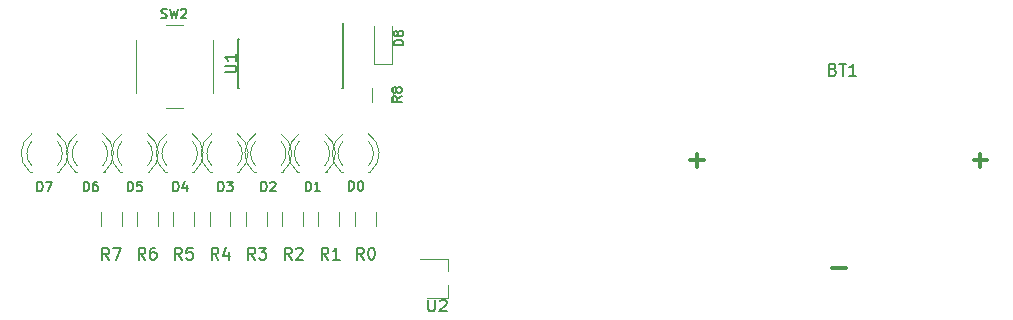
<source format=gbr>
G04 #@! TF.FileFunction,Legend,Top*
%FSLAX46Y46*%
G04 Gerber Fmt 4.6, Leading zero omitted, Abs format (unit mm)*
G04 Created by KiCad (PCBNEW 4.0.7-e2-6376~58~ubuntu16.04.1) date Tue Dec 26 20:47:44 2017*
%MOMM*%
%LPD*%
G01*
G04 APERTURE LIST*
%ADD10C,0.100000*%
%ADD11C,0.120000*%
%ADD12C,0.150000*%
%ADD13C,0.300000*%
G04 APERTURE END LIST*
D10*
D11*
X128021392Y-111757665D02*
G75*
G03X127864484Y-114990000I1078608J-1672335D01*
G01*
X130178608Y-111757665D02*
G75*
G02X130335516Y-114990000I-1078608J-1672335D01*
G01*
X128020163Y-112388870D02*
G75*
G03X128020000Y-114470961I1079837J-1041130D01*
G01*
X130179837Y-112388870D02*
G75*
G02X130180000Y-114470961I-1079837J-1041130D01*
G01*
X127864000Y-114990000D02*
X128020000Y-114990000D01*
X130180000Y-114990000D02*
X130336000Y-114990000D01*
X124321392Y-111757665D02*
G75*
G03X124164484Y-114990000I1078608J-1672335D01*
G01*
X126478608Y-111757665D02*
G75*
G02X126635516Y-114990000I-1078608J-1672335D01*
G01*
X124320163Y-112388870D02*
G75*
G03X124320000Y-114470961I1079837J-1041130D01*
G01*
X126479837Y-112388870D02*
G75*
G02X126480000Y-114470961I-1079837J-1041130D01*
G01*
X124164000Y-114990000D02*
X124320000Y-114990000D01*
X126480000Y-114990000D02*
X126636000Y-114990000D01*
X120621392Y-111757665D02*
G75*
G03X120464484Y-114990000I1078608J-1672335D01*
G01*
X122778608Y-111757665D02*
G75*
G02X122935516Y-114990000I-1078608J-1672335D01*
G01*
X120620163Y-112388870D02*
G75*
G03X120620000Y-114470961I1079837J-1041130D01*
G01*
X122779837Y-112388870D02*
G75*
G02X122780000Y-114470961I-1079837J-1041130D01*
G01*
X120464000Y-114990000D02*
X120620000Y-114990000D01*
X122780000Y-114990000D02*
X122936000Y-114990000D01*
X116921392Y-111757665D02*
G75*
G03X116764484Y-114990000I1078608J-1672335D01*
G01*
X119078608Y-111757665D02*
G75*
G02X119235516Y-114990000I-1078608J-1672335D01*
G01*
X116920163Y-112388870D02*
G75*
G03X116920000Y-114470961I1079837J-1041130D01*
G01*
X119079837Y-112388870D02*
G75*
G02X119080000Y-114470961I-1079837J-1041130D01*
G01*
X116764000Y-114990000D02*
X116920000Y-114990000D01*
X119080000Y-114990000D02*
X119236000Y-114990000D01*
X113121392Y-111757665D02*
G75*
G03X112964484Y-114990000I1078608J-1672335D01*
G01*
X115278608Y-111757665D02*
G75*
G02X115435516Y-114990000I-1078608J-1672335D01*
G01*
X113120163Y-112388870D02*
G75*
G03X113120000Y-114470961I1079837J-1041130D01*
G01*
X115279837Y-112388870D02*
G75*
G02X115280000Y-114470961I-1079837J-1041130D01*
G01*
X112964000Y-114990000D02*
X113120000Y-114990000D01*
X115280000Y-114990000D02*
X115436000Y-114990000D01*
X109321392Y-111757665D02*
G75*
G03X109164484Y-114990000I1078608J-1672335D01*
G01*
X111478608Y-111757665D02*
G75*
G02X111635516Y-114990000I-1078608J-1672335D01*
G01*
X109320163Y-112388870D02*
G75*
G03X109320000Y-114470961I1079837J-1041130D01*
G01*
X111479837Y-112388870D02*
G75*
G02X111480000Y-114470961I-1079837J-1041130D01*
G01*
X109164000Y-114990000D02*
X109320000Y-114990000D01*
X111480000Y-114990000D02*
X111636000Y-114990000D01*
X105521392Y-111757665D02*
G75*
G03X105364484Y-114990000I1078608J-1672335D01*
G01*
X107678608Y-111757665D02*
G75*
G02X107835516Y-114990000I-1078608J-1672335D01*
G01*
X105520163Y-112388870D02*
G75*
G03X105520000Y-114470961I1079837J-1041130D01*
G01*
X107679837Y-112388870D02*
G75*
G02X107680000Y-114470961I-1079837J-1041130D01*
G01*
X105364000Y-114990000D02*
X105520000Y-114990000D01*
X107680000Y-114990000D02*
X107836000Y-114990000D01*
X101681392Y-111757665D02*
G75*
G03X101524484Y-114990000I1078608J-1672335D01*
G01*
X103838608Y-111757665D02*
G75*
G02X103995516Y-114990000I-1078608J-1672335D01*
G01*
X101680163Y-112388870D02*
G75*
G03X101680000Y-114470961I1079837J-1041130D01*
G01*
X103839837Y-112388870D02*
G75*
G02X103840000Y-114470961I-1079837J-1041130D01*
G01*
X101524000Y-114990000D02*
X101680000Y-114990000D01*
X103840000Y-114990000D02*
X103996000Y-114990000D01*
X132150000Y-102650000D02*
X132150000Y-105850000D01*
X130650000Y-105850000D02*
X130650000Y-102650000D01*
X130650000Y-105850000D02*
X132150000Y-105850000D01*
X129019996Y-119550000D02*
X129019996Y-118350000D01*
X130779996Y-118350000D02*
X130779996Y-119550000D01*
X125948568Y-119550000D02*
X125948568Y-118350000D01*
X127708568Y-118350000D02*
X127708568Y-119550000D01*
X122877140Y-119550000D02*
X122877140Y-118350000D01*
X124637140Y-118350000D02*
X124637140Y-119550000D01*
X119805712Y-119550000D02*
X119805712Y-118350000D01*
X121565712Y-118350000D02*
X121565712Y-119550000D01*
X116734284Y-119550000D02*
X116734284Y-118350000D01*
X118494284Y-118350000D02*
X118494284Y-119550000D01*
X113662856Y-119550000D02*
X113662856Y-118350000D01*
X115422856Y-118350000D02*
X115422856Y-119550000D01*
X110591428Y-119550000D02*
X110591428Y-118350000D01*
X112351428Y-118350000D02*
X112351428Y-119550000D01*
X107520000Y-119550000D02*
X107520000Y-118350000D01*
X109280000Y-118350000D02*
X109280000Y-119550000D01*
X130520000Y-109050000D02*
X130520000Y-107850000D01*
X132280000Y-107850000D02*
X132280000Y-109050000D01*
X110500000Y-103800000D02*
X110500000Y-108300000D01*
X114500000Y-102550000D02*
X113000000Y-102550000D01*
X117000000Y-108300000D02*
X117000000Y-103800000D01*
X113000000Y-109550000D02*
X114500000Y-109550000D01*
D12*
X128030000Y-103725000D02*
X128005000Y-103725000D01*
X128030000Y-107875000D02*
X127915000Y-107875000D01*
X119130000Y-107875000D02*
X119245000Y-107875000D01*
X119130000Y-103725000D02*
X119245000Y-103725000D01*
X128030000Y-103725000D02*
X128030000Y-107875000D01*
X119130000Y-103725000D02*
X119130000Y-107875000D01*
X128005000Y-103725000D02*
X128005000Y-102350000D01*
D11*
X134550000Y-122350000D02*
X136950000Y-122350000D01*
X136950000Y-122350000D02*
X136950000Y-123400000D01*
X135150000Y-125650000D02*
X136950000Y-125650000D01*
X136950000Y-125650000D02*
X136950000Y-124600000D01*
D12*
X128509524Y-116561905D02*
X128509524Y-115761905D01*
X128700000Y-115761905D01*
X128814286Y-115800000D01*
X128890477Y-115876190D01*
X128928572Y-115952381D01*
X128966667Y-116104762D01*
X128966667Y-116219048D01*
X128928572Y-116371429D01*
X128890477Y-116447619D01*
X128814286Y-116523810D01*
X128700000Y-116561905D01*
X128509524Y-116561905D01*
X129461905Y-115761905D02*
X129538096Y-115761905D01*
X129614286Y-115800000D01*
X129652381Y-115838095D01*
X129690477Y-115914286D01*
X129728572Y-116066667D01*
X129728572Y-116257143D01*
X129690477Y-116409524D01*
X129652381Y-116485714D01*
X129614286Y-116523810D01*
X129538096Y-116561905D01*
X129461905Y-116561905D01*
X129385715Y-116523810D01*
X129347619Y-116485714D01*
X129309524Y-116409524D01*
X129271429Y-116257143D01*
X129271429Y-116066667D01*
X129309524Y-115914286D01*
X129347619Y-115838095D01*
X129385715Y-115800000D01*
X129461905Y-115761905D01*
X124859524Y-116611905D02*
X124859524Y-115811905D01*
X125050000Y-115811905D01*
X125164286Y-115850000D01*
X125240477Y-115926190D01*
X125278572Y-116002381D01*
X125316667Y-116154762D01*
X125316667Y-116269048D01*
X125278572Y-116421429D01*
X125240477Y-116497619D01*
X125164286Y-116573810D01*
X125050000Y-116611905D01*
X124859524Y-116611905D01*
X126078572Y-116611905D02*
X125621429Y-116611905D01*
X125850000Y-116611905D02*
X125850000Y-115811905D01*
X125773810Y-115926190D01*
X125697619Y-116002381D01*
X125621429Y-116040476D01*
X121109524Y-116611905D02*
X121109524Y-115811905D01*
X121300000Y-115811905D01*
X121414286Y-115850000D01*
X121490477Y-115926190D01*
X121528572Y-116002381D01*
X121566667Y-116154762D01*
X121566667Y-116269048D01*
X121528572Y-116421429D01*
X121490477Y-116497619D01*
X121414286Y-116573810D01*
X121300000Y-116611905D01*
X121109524Y-116611905D01*
X121871429Y-115888095D02*
X121909524Y-115850000D01*
X121985715Y-115811905D01*
X122176191Y-115811905D01*
X122252381Y-115850000D01*
X122290477Y-115888095D01*
X122328572Y-115964286D01*
X122328572Y-116040476D01*
X122290477Y-116154762D01*
X121833334Y-116611905D01*
X122328572Y-116611905D01*
X117459524Y-116611905D02*
X117459524Y-115811905D01*
X117650000Y-115811905D01*
X117764286Y-115850000D01*
X117840477Y-115926190D01*
X117878572Y-116002381D01*
X117916667Y-116154762D01*
X117916667Y-116269048D01*
X117878572Y-116421429D01*
X117840477Y-116497619D01*
X117764286Y-116573810D01*
X117650000Y-116611905D01*
X117459524Y-116611905D01*
X118183334Y-115811905D02*
X118678572Y-115811905D01*
X118411905Y-116116667D01*
X118526191Y-116116667D01*
X118602381Y-116154762D01*
X118640477Y-116192857D01*
X118678572Y-116269048D01*
X118678572Y-116459524D01*
X118640477Y-116535714D01*
X118602381Y-116573810D01*
X118526191Y-116611905D01*
X118297619Y-116611905D01*
X118221429Y-116573810D01*
X118183334Y-116535714D01*
X113659524Y-116611905D02*
X113659524Y-115811905D01*
X113850000Y-115811905D01*
X113964286Y-115850000D01*
X114040477Y-115926190D01*
X114078572Y-116002381D01*
X114116667Y-116154762D01*
X114116667Y-116269048D01*
X114078572Y-116421429D01*
X114040477Y-116497619D01*
X113964286Y-116573810D01*
X113850000Y-116611905D01*
X113659524Y-116611905D01*
X114802381Y-116078571D02*
X114802381Y-116611905D01*
X114611905Y-115773810D02*
X114421429Y-116345238D01*
X114916667Y-116345238D01*
X109809524Y-116611905D02*
X109809524Y-115811905D01*
X110000000Y-115811905D01*
X110114286Y-115850000D01*
X110190477Y-115926190D01*
X110228572Y-116002381D01*
X110266667Y-116154762D01*
X110266667Y-116269048D01*
X110228572Y-116421429D01*
X110190477Y-116497619D01*
X110114286Y-116573810D01*
X110000000Y-116611905D01*
X109809524Y-116611905D01*
X110990477Y-115811905D02*
X110609524Y-115811905D01*
X110571429Y-116192857D01*
X110609524Y-116154762D01*
X110685715Y-116116667D01*
X110876191Y-116116667D01*
X110952381Y-116154762D01*
X110990477Y-116192857D01*
X111028572Y-116269048D01*
X111028572Y-116459524D01*
X110990477Y-116535714D01*
X110952381Y-116573810D01*
X110876191Y-116611905D01*
X110685715Y-116611905D01*
X110609524Y-116573810D01*
X110571429Y-116535714D01*
X106059524Y-116611905D02*
X106059524Y-115811905D01*
X106250000Y-115811905D01*
X106364286Y-115850000D01*
X106440477Y-115926190D01*
X106478572Y-116002381D01*
X106516667Y-116154762D01*
X106516667Y-116269048D01*
X106478572Y-116421429D01*
X106440477Y-116497619D01*
X106364286Y-116573810D01*
X106250000Y-116611905D01*
X106059524Y-116611905D01*
X107202381Y-115811905D02*
X107050000Y-115811905D01*
X106973810Y-115850000D01*
X106935715Y-115888095D01*
X106859524Y-116002381D01*
X106821429Y-116154762D01*
X106821429Y-116459524D01*
X106859524Y-116535714D01*
X106897619Y-116573810D01*
X106973810Y-116611905D01*
X107126191Y-116611905D01*
X107202381Y-116573810D01*
X107240477Y-116535714D01*
X107278572Y-116459524D01*
X107278572Y-116269048D01*
X107240477Y-116192857D01*
X107202381Y-116154762D01*
X107126191Y-116116667D01*
X106973810Y-116116667D01*
X106897619Y-116154762D01*
X106859524Y-116192857D01*
X106821429Y-116269048D01*
X102159524Y-116611905D02*
X102159524Y-115811905D01*
X102350000Y-115811905D01*
X102464286Y-115850000D01*
X102540477Y-115926190D01*
X102578572Y-116002381D01*
X102616667Y-116154762D01*
X102616667Y-116269048D01*
X102578572Y-116421429D01*
X102540477Y-116497619D01*
X102464286Y-116573810D01*
X102350000Y-116611905D01*
X102159524Y-116611905D01*
X102883334Y-115811905D02*
X103416667Y-115811905D01*
X103073810Y-116611905D01*
X133111905Y-104240476D02*
X132311905Y-104240476D01*
X132311905Y-104050000D01*
X132350000Y-103935714D01*
X132426190Y-103859523D01*
X132502381Y-103821428D01*
X132654762Y-103783333D01*
X132769048Y-103783333D01*
X132921429Y-103821428D01*
X132997619Y-103859523D01*
X133073810Y-103935714D01*
X133111905Y-104050000D01*
X133111905Y-104240476D01*
X132654762Y-103326190D02*
X132616667Y-103402381D01*
X132578571Y-103440476D01*
X132502381Y-103478571D01*
X132464286Y-103478571D01*
X132388095Y-103440476D01*
X132350000Y-103402381D01*
X132311905Y-103326190D01*
X132311905Y-103173809D01*
X132350000Y-103097619D01*
X132388095Y-103059523D01*
X132464286Y-103021428D01*
X132502381Y-103021428D01*
X132578571Y-103059523D01*
X132616667Y-103097619D01*
X132654762Y-103173809D01*
X132654762Y-103326190D01*
X132692857Y-103402381D01*
X132730952Y-103440476D01*
X132807143Y-103478571D01*
X132959524Y-103478571D01*
X133035714Y-103440476D01*
X133073810Y-103402381D01*
X133111905Y-103326190D01*
X133111905Y-103173809D01*
X133073810Y-103097619D01*
X133035714Y-103059523D01*
X132959524Y-103021428D01*
X132807143Y-103021428D01*
X132730952Y-103059523D01*
X132692857Y-103097619D01*
X132654762Y-103173809D01*
X129783334Y-122402381D02*
X129450000Y-121926190D01*
X129211905Y-122402381D02*
X129211905Y-121402381D01*
X129592858Y-121402381D01*
X129688096Y-121450000D01*
X129735715Y-121497619D01*
X129783334Y-121592857D01*
X129783334Y-121735714D01*
X129735715Y-121830952D01*
X129688096Y-121878571D01*
X129592858Y-121926190D01*
X129211905Y-121926190D01*
X130402381Y-121402381D02*
X130497620Y-121402381D01*
X130592858Y-121450000D01*
X130640477Y-121497619D01*
X130688096Y-121592857D01*
X130735715Y-121783333D01*
X130735715Y-122021429D01*
X130688096Y-122211905D01*
X130640477Y-122307143D01*
X130592858Y-122354762D01*
X130497620Y-122402381D01*
X130402381Y-122402381D01*
X130307143Y-122354762D01*
X130259524Y-122307143D01*
X130211905Y-122211905D01*
X130164286Y-122021429D01*
X130164286Y-121783333D01*
X130211905Y-121592857D01*
X130259524Y-121497619D01*
X130307143Y-121450000D01*
X130402381Y-121402381D01*
X126783334Y-122402381D02*
X126450000Y-121926190D01*
X126211905Y-122402381D02*
X126211905Y-121402381D01*
X126592858Y-121402381D01*
X126688096Y-121450000D01*
X126735715Y-121497619D01*
X126783334Y-121592857D01*
X126783334Y-121735714D01*
X126735715Y-121830952D01*
X126688096Y-121878571D01*
X126592858Y-121926190D01*
X126211905Y-121926190D01*
X127735715Y-122402381D02*
X127164286Y-122402381D01*
X127450000Y-122402381D02*
X127450000Y-121402381D01*
X127354762Y-121545238D01*
X127259524Y-121640476D01*
X127164286Y-121688095D01*
X123683334Y-122402381D02*
X123350000Y-121926190D01*
X123111905Y-122402381D02*
X123111905Y-121402381D01*
X123492858Y-121402381D01*
X123588096Y-121450000D01*
X123635715Y-121497619D01*
X123683334Y-121592857D01*
X123683334Y-121735714D01*
X123635715Y-121830952D01*
X123588096Y-121878571D01*
X123492858Y-121926190D01*
X123111905Y-121926190D01*
X124064286Y-121497619D02*
X124111905Y-121450000D01*
X124207143Y-121402381D01*
X124445239Y-121402381D01*
X124540477Y-121450000D01*
X124588096Y-121497619D01*
X124635715Y-121592857D01*
X124635715Y-121688095D01*
X124588096Y-121830952D01*
X124016667Y-122402381D01*
X124635715Y-122402381D01*
X120583334Y-122402381D02*
X120250000Y-121926190D01*
X120011905Y-122402381D02*
X120011905Y-121402381D01*
X120392858Y-121402381D01*
X120488096Y-121450000D01*
X120535715Y-121497619D01*
X120583334Y-121592857D01*
X120583334Y-121735714D01*
X120535715Y-121830952D01*
X120488096Y-121878571D01*
X120392858Y-121926190D01*
X120011905Y-121926190D01*
X120916667Y-121402381D02*
X121535715Y-121402381D01*
X121202381Y-121783333D01*
X121345239Y-121783333D01*
X121440477Y-121830952D01*
X121488096Y-121878571D01*
X121535715Y-121973810D01*
X121535715Y-122211905D01*
X121488096Y-122307143D01*
X121440477Y-122354762D01*
X121345239Y-122402381D01*
X121059524Y-122402381D01*
X120964286Y-122354762D01*
X120916667Y-122307143D01*
X117483334Y-122402381D02*
X117150000Y-121926190D01*
X116911905Y-122402381D02*
X116911905Y-121402381D01*
X117292858Y-121402381D01*
X117388096Y-121450000D01*
X117435715Y-121497619D01*
X117483334Y-121592857D01*
X117483334Y-121735714D01*
X117435715Y-121830952D01*
X117388096Y-121878571D01*
X117292858Y-121926190D01*
X116911905Y-121926190D01*
X118340477Y-121735714D02*
X118340477Y-122402381D01*
X118102381Y-121354762D02*
X117864286Y-122069048D01*
X118483334Y-122069048D01*
X114383334Y-122402381D02*
X114050000Y-121926190D01*
X113811905Y-122402381D02*
X113811905Y-121402381D01*
X114192858Y-121402381D01*
X114288096Y-121450000D01*
X114335715Y-121497619D01*
X114383334Y-121592857D01*
X114383334Y-121735714D01*
X114335715Y-121830952D01*
X114288096Y-121878571D01*
X114192858Y-121926190D01*
X113811905Y-121926190D01*
X115288096Y-121402381D02*
X114811905Y-121402381D01*
X114764286Y-121878571D01*
X114811905Y-121830952D01*
X114907143Y-121783333D01*
X115145239Y-121783333D01*
X115240477Y-121830952D01*
X115288096Y-121878571D01*
X115335715Y-121973810D01*
X115335715Y-122211905D01*
X115288096Y-122307143D01*
X115240477Y-122354762D01*
X115145239Y-122402381D01*
X114907143Y-122402381D01*
X114811905Y-122354762D01*
X114764286Y-122307143D01*
X111283334Y-122402381D02*
X110950000Y-121926190D01*
X110711905Y-122402381D02*
X110711905Y-121402381D01*
X111092858Y-121402381D01*
X111188096Y-121450000D01*
X111235715Y-121497619D01*
X111283334Y-121592857D01*
X111283334Y-121735714D01*
X111235715Y-121830952D01*
X111188096Y-121878571D01*
X111092858Y-121926190D01*
X110711905Y-121926190D01*
X112140477Y-121402381D02*
X111950000Y-121402381D01*
X111854762Y-121450000D01*
X111807143Y-121497619D01*
X111711905Y-121640476D01*
X111664286Y-121830952D01*
X111664286Y-122211905D01*
X111711905Y-122307143D01*
X111759524Y-122354762D01*
X111854762Y-122402381D01*
X112045239Y-122402381D01*
X112140477Y-122354762D01*
X112188096Y-122307143D01*
X112235715Y-122211905D01*
X112235715Y-121973810D01*
X112188096Y-121878571D01*
X112140477Y-121830952D01*
X112045239Y-121783333D01*
X111854762Y-121783333D01*
X111759524Y-121830952D01*
X111711905Y-121878571D01*
X111664286Y-121973810D01*
X108233334Y-122452381D02*
X107900000Y-121976190D01*
X107661905Y-122452381D02*
X107661905Y-121452381D01*
X108042858Y-121452381D01*
X108138096Y-121500000D01*
X108185715Y-121547619D01*
X108233334Y-121642857D01*
X108233334Y-121785714D01*
X108185715Y-121880952D01*
X108138096Y-121928571D01*
X108042858Y-121976190D01*
X107661905Y-121976190D01*
X108566667Y-121452381D02*
X109233334Y-121452381D01*
X108804762Y-122452381D01*
X133011905Y-108583333D02*
X132630952Y-108850000D01*
X133011905Y-109040476D02*
X132211905Y-109040476D01*
X132211905Y-108735714D01*
X132250000Y-108659523D01*
X132288095Y-108621428D01*
X132364286Y-108583333D01*
X132478571Y-108583333D01*
X132554762Y-108621428D01*
X132592857Y-108659523D01*
X132630952Y-108735714D01*
X132630952Y-109040476D01*
X132554762Y-108126190D02*
X132516667Y-108202381D01*
X132478571Y-108240476D01*
X132402381Y-108278571D01*
X132364286Y-108278571D01*
X132288095Y-108240476D01*
X132250000Y-108202381D01*
X132211905Y-108126190D01*
X132211905Y-107973809D01*
X132250000Y-107897619D01*
X132288095Y-107859523D01*
X132364286Y-107821428D01*
X132402381Y-107821428D01*
X132478571Y-107859523D01*
X132516667Y-107897619D01*
X132554762Y-107973809D01*
X132554762Y-108126190D01*
X132592857Y-108202381D01*
X132630952Y-108240476D01*
X132707143Y-108278571D01*
X132859524Y-108278571D01*
X132935714Y-108240476D01*
X132973810Y-108202381D01*
X133011905Y-108126190D01*
X133011905Y-107973809D01*
X132973810Y-107897619D01*
X132935714Y-107859523D01*
X132859524Y-107821428D01*
X132707143Y-107821428D01*
X132630952Y-107859523D01*
X132592857Y-107897619D01*
X132554762Y-107973809D01*
X112633333Y-101923810D02*
X112747619Y-101961905D01*
X112938095Y-101961905D01*
X113014285Y-101923810D01*
X113052381Y-101885714D01*
X113090476Y-101809524D01*
X113090476Y-101733333D01*
X113052381Y-101657143D01*
X113014285Y-101619048D01*
X112938095Y-101580952D01*
X112785714Y-101542857D01*
X112709523Y-101504762D01*
X112671428Y-101466667D01*
X112633333Y-101390476D01*
X112633333Y-101314286D01*
X112671428Y-101238095D01*
X112709523Y-101200000D01*
X112785714Y-101161905D01*
X112976190Y-101161905D01*
X113090476Y-101200000D01*
X113357143Y-101161905D02*
X113547619Y-101961905D01*
X113700000Y-101390476D01*
X113852381Y-101961905D01*
X114042857Y-101161905D01*
X114309524Y-101238095D02*
X114347619Y-101200000D01*
X114423810Y-101161905D01*
X114614286Y-101161905D01*
X114690476Y-101200000D01*
X114728572Y-101238095D01*
X114766667Y-101314286D01*
X114766667Y-101390476D01*
X114728572Y-101504762D01*
X114271429Y-101961905D01*
X114766667Y-101961905D01*
X118002381Y-106561905D02*
X118811905Y-106561905D01*
X118907143Y-106514286D01*
X118954762Y-106466667D01*
X119002381Y-106371429D01*
X119002381Y-106180952D01*
X118954762Y-106085714D01*
X118907143Y-106038095D01*
X118811905Y-105990476D01*
X118002381Y-105990476D01*
X119002381Y-104990476D02*
X119002381Y-105561905D01*
X119002381Y-105276191D02*
X118002381Y-105276191D01*
X118145238Y-105371429D01*
X118240476Y-105466667D01*
X118288095Y-105561905D01*
X135238095Y-125802381D02*
X135238095Y-126611905D01*
X135285714Y-126707143D01*
X135333333Y-126754762D01*
X135428571Y-126802381D01*
X135619048Y-126802381D01*
X135714286Y-126754762D01*
X135761905Y-126707143D01*
X135809524Y-126611905D01*
X135809524Y-125802381D01*
X136238095Y-125897619D02*
X136285714Y-125850000D01*
X136380952Y-125802381D01*
X136619048Y-125802381D01*
X136714286Y-125850000D01*
X136761905Y-125897619D01*
X136809524Y-125992857D01*
X136809524Y-126088095D01*
X136761905Y-126230952D01*
X136190476Y-126802381D01*
X136809524Y-126802381D01*
X169519086Y-106308571D02*
X169661943Y-106356190D01*
X169709562Y-106403810D01*
X169757181Y-106499048D01*
X169757181Y-106641905D01*
X169709562Y-106737143D01*
X169661943Y-106784762D01*
X169566705Y-106832381D01*
X169185752Y-106832381D01*
X169185752Y-105832381D01*
X169519086Y-105832381D01*
X169614324Y-105880000D01*
X169661943Y-105927619D01*
X169709562Y-106022857D01*
X169709562Y-106118095D01*
X169661943Y-106213333D01*
X169614324Y-106260952D01*
X169519086Y-106308571D01*
X169185752Y-106308571D01*
X170042895Y-105832381D02*
X170614324Y-105832381D01*
X170328609Y-106832381D02*
X170328609Y-105832381D01*
X171471467Y-106832381D02*
X170900038Y-106832381D01*
X171185752Y-106832381D02*
X171185752Y-105832381D01*
X171090514Y-105975238D01*
X170995276Y-106070476D01*
X170900038Y-106118095D01*
D13*
X169428572Y-123107143D02*
X170571429Y-123107143D01*
X157428572Y-114007143D02*
X158571429Y-114007143D01*
X158000000Y-114578571D02*
X158000000Y-113435714D01*
X181428572Y-114007143D02*
X182571429Y-114007143D01*
X182000000Y-114578571D02*
X182000000Y-113435714D01*
M02*

</source>
